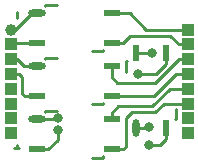
<source format=gbr>
G04 #@! TF.GenerationSoftware,KiCad,Pcbnew,(5.0.0)*
G04 #@! TF.CreationDate,2019-03-20T16:33:26+03:00*
G04 #@! TF.ProjectId,249__25__,3234391A1F323511222E6B696361645F,rev?*
G04 #@! TF.SameCoordinates,Original*
G04 #@! TF.FileFunction,Copper,L1,Top,Signal*
G04 #@! TF.FilePolarity,Positive*
%FSLAX46Y46*%
G04 Gerber Fmt 4.6, Leading zero omitted, Abs format (unit mm)*
G04 Created by KiCad (PCBNEW (5.0.0)) date 03/20/19 16:33:26*
%MOMM*%
%LPD*%
G01*
G04 APERTURE LIST*
G04 #@! TA.AperFunction,ComponentPad*
%ADD10C,1.000000*%
G04 #@! TD*
G04 #@! TA.AperFunction,ComponentPad*
%ADD11R,1.000000X1.000000*%
G04 #@! TD*
G04 #@! TA.AperFunction,SMDPad,CuDef*
%ADD12O,1.473200X0.609600*%
G04 #@! TD*
G04 #@! TA.AperFunction,SMDPad,CuDef*
%ADD13R,1.473200X0.609600*%
G04 #@! TD*
G04 #@! TA.AperFunction,SMDPad,CuDef*
%ADD14R,0.609600X1.473200*%
G04 #@! TD*
G04 #@! TA.AperFunction,SMDPad,CuDef*
%ADD15O,0.609600X1.473200*%
G04 #@! TD*
G04 #@! TA.AperFunction,ViaPad*
%ADD16C,0.800000*%
G04 #@! TD*
G04 #@! TA.AperFunction,Conductor*
%ADD17C,0.250000*%
G04 #@! TD*
G04 APERTURE END LIST*
D10*
G04 #@! TO.P,DA1,1*
G04 #@! TO.N,/in_1*
X118500000Y-68000000D03*
D11*
G04 #@! TO.P,DA1,16*
G04 #@! TO.N,/out1_1*
X133500000Y-68000000D03*
G04 #@! TO.P,DA1,2*
G04 #@! TO.N,/gnd_1*
X118500000Y-69250000D03*
G04 #@! TO.P,DA1,15*
G04 #@! TO.N,/out2_1*
X133500000Y-69250000D03*
G04 #@! TO.P,DA1,3*
G04 #@! TO.N,/in_2*
X118500000Y-70500000D03*
G04 #@! TO.P,DA1,14*
G04 #@! TO.N,/out1_2*
X133500000Y-70500000D03*
G04 #@! TO.P,DA1,4*
G04 #@! TO.N,/gnd_2*
X118500000Y-71750000D03*
G04 #@! TO.P,DA1,13*
G04 #@! TO.N,/out2_2*
X133500000Y-71750000D03*
G04 #@! TO.P,DA1,5*
G04 #@! TO.N,/in_3*
X118500000Y-73000000D03*
G04 #@! TO.P,DA1,12*
G04 #@! TO.N,/out1_3*
X133500000Y-73000000D03*
G04 #@! TO.P,DA1,6*
G04 #@! TO.N,/gnd_3*
X118500000Y-74250000D03*
G04 #@! TO.P,DA1,11*
G04 #@! TO.N,/out2_3*
X133500000Y-74250000D03*
G04 #@! TO.P,DA1,7*
G04 #@! TO.N,/in_4*
X118500000Y-75500000D03*
G04 #@! TO.P,DA1,10*
G04 #@! TO.N,/out1_4*
X133500000Y-75500000D03*
G04 #@! TO.P,DA1,8*
G04 #@! TO.N,/gnd_4*
X118500000Y-76750000D03*
G04 #@! TO.P,DA1,9*
G04 #@! TO.N,/out2_4*
X133500000Y-76750000D03*
G04 #@! TD*
D12*
G04 #@! TO.P,DA2,1*
G04 #@! TO.N,/in_1*
X120706000Y-66595000D03*
D13*
G04 #@! TO.P,DA2,2*
G04 #@! TO.N,/gnd_1*
X120706000Y-69135000D03*
G04 #@! TO.P,DA2,3*
G04 #@! TO.N,/out2_1*
X127044000Y-69135000D03*
G04 #@! TO.P,DA2,4*
G04 #@! TO.N,/out1_1*
X127044000Y-66595000D03*
G04 #@! TD*
G04 #@! TO.P,DA3,4*
G04 #@! TO.N,/out1_2*
X127044000Y-71095000D03*
G04 #@! TO.P,DA3,3*
G04 #@! TO.N,/out2_2*
X127044000Y-73635000D03*
G04 #@! TO.P,DA3,2*
G04 #@! TO.N,/gnd_2*
X120706000Y-73635000D03*
D12*
G04 #@! TO.P,DA3,1*
G04 #@! TO.N,/in_2*
X120706000Y-71095000D03*
G04 #@! TD*
G04 #@! TO.P,DA4,1*
G04 #@! TO.N,/in_3*
X120706000Y-75595000D03*
D13*
G04 #@! TO.P,DA4,2*
G04 #@! TO.N,/gnd_3*
X120706000Y-78135000D03*
G04 #@! TO.P,DA4,3*
G04 #@! TO.N,/out2_3*
X127044000Y-78135000D03*
G04 #@! TO.P,DA4,4*
G04 #@! TO.N,/out1_3*
X127044000Y-75595000D03*
G04 #@! TD*
D14*
G04 #@! TO.P,DA5,4*
G04 #@! TO.N,/out1_4*
X129095000Y-69956000D03*
G04 #@! TO.P,DA5,3*
G04 #@! TO.N,/out2_4*
X131635000Y-69956000D03*
G04 #@! TO.P,DA5,2*
G04 #@! TO.N,/gnd_4*
X131635000Y-76294000D03*
D15*
G04 #@! TO.P,DA5,1*
G04 #@! TO.N,/in_4*
X129095000Y-76294000D03*
G04 #@! TD*
D16*
G04 #@! TO.N,/in_3*
X122500000Y-75500000D03*
G04 #@! TO.N,/gnd_3*
X122500000Y-76500000D03*
G04 #@! TO.N,/in_4*
X130250000Y-76250000D03*
G04 #@! TO.N,/out1_4*
X130500000Y-70000000D03*
G04 #@! TO.N,/gnd_4*
X130250000Y-77750000D03*
G04 #@! TO.N,/out2_4*
X129250000Y-71750000D03*
G04 #@! TD*
D17*
G04 #@! TO.N,*
X121400000Y-66000000D02*
X121400000Y-65900010D01*
X121400000Y-65900010D02*
X122399990Y-65900010D01*
X121400000Y-70400010D02*
X122399990Y-70400010D01*
X121400000Y-70500000D02*
X121400000Y-70400010D01*
X121400000Y-74900010D02*
X122399990Y-74900010D01*
X121400000Y-75000000D02*
X121400000Y-74900010D01*
X126350000Y-78829990D02*
X125350010Y-78829990D01*
X126349999Y-78730000D02*
X126350000Y-78829990D01*
X126350000Y-74329990D02*
X125350010Y-74329990D01*
X126349999Y-74230000D02*
X126350000Y-74329990D01*
X126350000Y-69829990D02*
X125350010Y-69829990D01*
X126349999Y-69730000D02*
X126350000Y-69829990D01*
X132500000Y-75600000D02*
X132400000Y-75600000D01*
X132500000Y-75600000D02*
X132500000Y-74700000D01*
X128230001Y-70650000D02*
X128330000Y-70650000D01*
X128230001Y-70650000D02*
X128230000Y-71550000D01*
X119000000Y-67000000D02*
X119000000Y-66500000D01*
X119000000Y-77750000D02*
X119000000Y-78000000D01*
X119000000Y-78000000D02*
X118750000Y-78000000D01*
X119000000Y-78000000D02*
X119250000Y-78000000D01*
G04 #@! TO.N,/in_1*
X118869200Y-68000000D02*
X118650010Y-68000000D01*
X120274200Y-66595000D02*
X118869200Y-68000000D01*
X120706000Y-66595000D02*
X120274200Y-66595000D01*
G04 #@! TO.N,/out1_1*
X133500000Y-68000000D02*
X130000000Y-68000000D01*
X128595000Y-66595000D02*
X127044000Y-66595000D01*
X130000000Y-68000000D02*
X128595000Y-66595000D01*
G04 #@! TO.N,/gnd_1*
X118615000Y-69135000D02*
X118500000Y-69250000D01*
X120706000Y-69135000D02*
X118615000Y-69135000D01*
G04 #@! TO.N,/out2_1*
X128000000Y-69135000D02*
X127044000Y-69135000D01*
X128635000Y-68500000D02*
X128000000Y-69135000D01*
X132000000Y-68500000D02*
X128635000Y-68500000D01*
X132750000Y-69250000D02*
X132000000Y-68500000D01*
X133500000Y-69250000D02*
X132750000Y-69250000D01*
G04 #@! TO.N,/in_2*
X119000000Y-70500000D02*
X118500000Y-70500000D01*
X120706000Y-71095000D02*
X119595000Y-71095000D01*
X119595000Y-71095000D02*
X119000000Y-70500000D01*
G04 #@! TO.N,/out1_2*
X127044000Y-72044000D02*
X127044000Y-71095000D01*
X127500000Y-72500000D02*
X127044000Y-72044000D01*
X130750000Y-72500000D02*
X127500000Y-72500000D01*
X133500000Y-70500000D02*
X132750000Y-70500000D01*
X132750000Y-70500000D02*
X130750000Y-72500000D01*
G04 #@! TO.N,/gnd_2*
X119250000Y-71750000D02*
X118500000Y-71750000D01*
X119719400Y-73635000D02*
X119500000Y-73415600D01*
X120706000Y-73635000D02*
X119719400Y-73635000D01*
X119500000Y-72000000D02*
X119250000Y-71750000D01*
X119500000Y-73415600D02*
X119500000Y-72000000D01*
G04 #@! TO.N,/out2_2*
X132500000Y-71750000D02*
X133500000Y-71750000D01*
X130615000Y-73635000D02*
X132500000Y-71750000D01*
X127044000Y-73635000D02*
X130615000Y-73635000D01*
G04 #@! TO.N,/in_3*
X120706000Y-75595000D02*
X122405000Y-75595000D01*
X122405000Y-75595000D02*
X122500000Y-75500000D01*
G04 #@! TO.N,/out1_3*
X127044000Y-75040200D02*
X127584200Y-74500000D01*
X127044000Y-75595000D02*
X127044000Y-75040200D01*
X127584200Y-74500000D02*
X130500000Y-74500000D01*
X132000000Y-73000000D02*
X133500000Y-73000000D01*
X130500000Y-74500000D02*
X132000000Y-73000000D01*
G04 #@! TO.N,/gnd_3*
X121692600Y-78135000D02*
X122500000Y-77327600D01*
X120706000Y-78135000D02*
X121692600Y-78135000D01*
X122500000Y-77327600D02*
X122500000Y-76500000D01*
G04 #@! TO.N,/out2_3*
X131500000Y-74250000D02*
X133500000Y-74250000D01*
X127044000Y-78135000D02*
X128030600Y-78135000D01*
X128030600Y-78135000D02*
X128250000Y-77915600D01*
X128250000Y-77915600D02*
X128250000Y-75500000D01*
X128250000Y-75500000D02*
X128750000Y-75000000D01*
X128750000Y-75000000D02*
X130750000Y-75000000D01*
X130750000Y-75000000D02*
X131500000Y-74250000D01*
G04 #@! TO.N,/in_4*
X129095000Y-76294000D02*
X130206000Y-76294000D01*
X130206000Y-76294000D02*
X130250000Y-76250000D01*
G04 #@! TO.N,/out1_4*
X129095000Y-69956000D02*
X130456000Y-69956000D01*
X130456000Y-69956000D02*
X130500000Y-70000000D01*
G04 #@! TO.N,/gnd_4*
X131635000Y-77280600D02*
X131165600Y-77750000D01*
X131635000Y-76294000D02*
X131635000Y-77280600D01*
X131165600Y-77750000D02*
X130250000Y-77750000D01*
G04 #@! TO.N,/out2_4*
X131635000Y-70942600D02*
X130827600Y-71750000D01*
X131635000Y-69956000D02*
X131635000Y-70942600D01*
X130827600Y-71750000D02*
X129250000Y-71750000D01*
G04 #@! TD*
M02*

</source>
